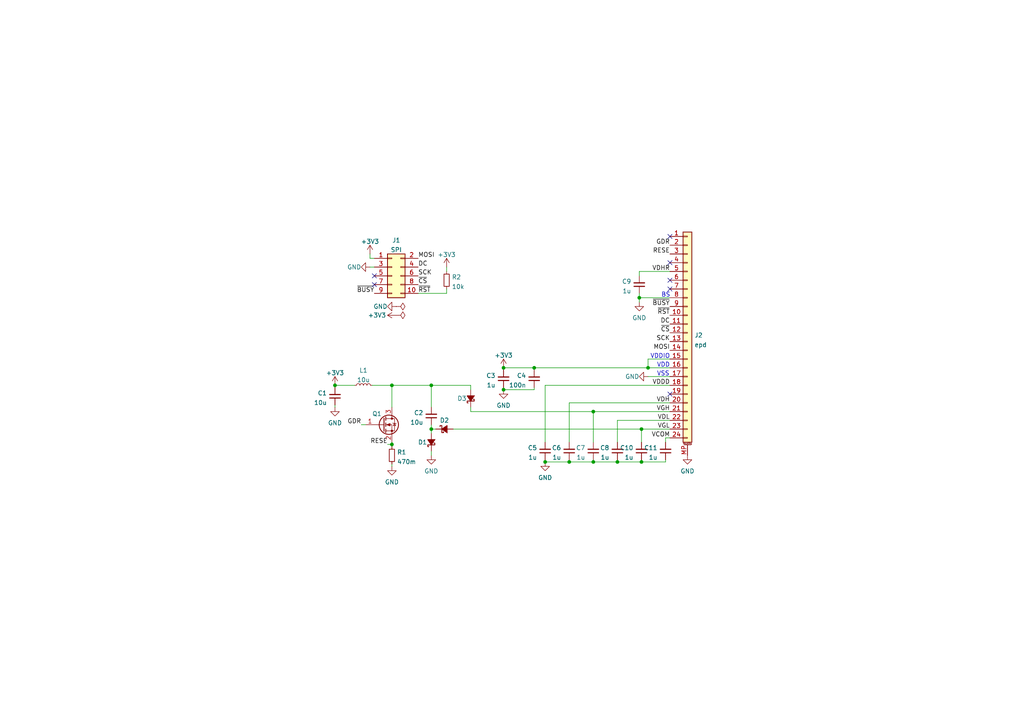
<source format=kicad_sch>
(kicad_sch (version 20230121) (generator eeschema)
  (paper "A4")
  (lib_symbols
    (symbol "Connector_Generic:Conn_02x05_Odd_Even" (pin_names (offset 1.016) hide)
      (property "Reference" "J" (at 1.27 7.62 0))
      (property "Value" "Conn_02x05_Odd_Even" (at 1.27 -7.62 0))
      (symbol "Conn_02x05_Odd_Even_1_1"
        (rectangle (start -1.27 -4.953) (end 0 -5.207) (stroke (width 0.1524)))
        (rectangle (start -1.27 -2.413) (end 0 -2.667) (stroke (width 0.1524)))
        (rectangle (start -1.27 0.127) (end 0 -0.127) (stroke (width 0.1524)))
        (rectangle (start -1.27 2.667) (end 0 2.413) (stroke (width 0.1524)))
        (rectangle (start -1.27 5.207) (end 0 4.953) (stroke (width 0.1524)))
        (rectangle (start -1.27 6.35) (end 3.81 -6.35) (stroke (width 0.254)) (fill (type background)))
        (rectangle (start 3.81 -4.953) (end 2.54 -5.207) (stroke (width 0.1524)))
        (rectangle (start 3.81 -2.413) (end 2.54 -2.667) (stroke (width 0.1524)))
        (rectangle (start 3.81 0.127) (end 2.54 -0.127) (stroke (width 0.1524)))
        (rectangle (start 3.81 2.667) (end 2.54 2.413) (stroke (width 0.1524)))
        (rectangle (start 3.81 5.207) (end 2.54 4.953) (stroke (width 0.1524)))
        (pin passive line (at -5.08 5.08 0) (length 3.81) (name "Pin_1") (number "1"))
        (pin passive line (at 7.62 -5.08 180) (length 3.81) (name "Pin_10") (number "10"))
        (pin passive line (at 7.62 5.08 180) (length 3.81) (name "Pin_2") (number "2"))
        (pin passive line (at -5.08 2.54 0) (length 3.81) (name "Pin_3") (number "3"))
        (pin passive line (at 7.62 2.54 180) (length 3.81) (name "Pin_4") (number "4"))
        (pin passive line (at -5.08 0 0) (length 3.81) (name "Pin_5") (number "5"))
        (pin passive line (at 7.62 0 180) (length 3.81) (name "Pin_6") (number "6"))
        (pin passive line (at -5.08 -2.54 0) (length 3.81) (name "Pin_7") (number "7"))
        (pin passive line (at 7.62 -2.54 180) (length 3.81) (name "Pin_8") (number "8"))
        (pin passive line (at -5.08 -5.08 0) (length 3.81) (name "Pin_9") (number "9"))
      )
    )
    (symbol "Connector_Generic_MountingPin:Conn_01x24_MountingPin" (pin_names (offset 1.016) hide)
      (property "Reference" "J" (at 0 30.48 0))
      (property "Value" "Conn_01x24_MountingPin" (at 1.27 -33.02 0))
      (symbol "Conn_01x24_MountingPin_1_1"
        (rectangle (start -1.27 -30.353) (end 0 -30.607) (stroke (width 0.1524)))
        (rectangle (start -1.27 -27.813) (end 0 -28.067) (stroke (width 0.1524)))
        (rectangle (start -1.27 -25.273) (end 0 -25.527) (stroke (width 0.1524)))
        (rectangle (start -1.27 -22.733) (end 0 -22.987) (stroke (width 0.1524)))
        (rectangle (start -1.27 -20.193) (end 0 -20.447) (stroke (width 0.1524)))
        (rectangle (start -1.27 -17.653) (end 0 -17.907) (stroke (width 0.1524)))
        (rectangle (start -1.27 -15.113) (end 0 -15.367) (stroke (width 0.1524)))
        (rectangle (start -1.27 -12.573) (end 0 -12.827) (stroke (width 0.1524)))
        (rectangle (start -1.27 -10.033) (end 0 -10.287) (stroke (width 0.1524)))
        (rectangle (start -1.27 -7.493) (end 0 -7.747) (stroke (width 0.1524)))
        (rectangle (start -1.27 -4.953) (end 0 -5.207) (stroke (width 0.1524)))
        (rectangle (start -1.27 -2.413) (end 0 -2.667) (stroke (width 0.1524)))
        (rectangle (start -1.27 0.127) (end 0 -0.127) (stroke (width 0.1524)))
        (rectangle (start -1.27 2.667) (end 0 2.413) (stroke (width 0.1524)))
        (rectangle (start -1.27 5.207) (end 0 4.953) (stroke (width 0.1524)))
        (rectangle (start -1.27 7.747) (end 0 7.493) (stroke (width 0.1524)))
        (rectangle (start -1.27 10.287) (end 0 10.033) (stroke (width 0.1524)))
        (rectangle (start -1.27 12.827) (end 0 12.573) (stroke (width 0.1524)))
        (rectangle (start -1.27 15.367) (end 0 15.113) (stroke (width 0.1524)))
        (rectangle (start -1.27 17.907) (end 0 17.653) (stroke (width 0.1524)))
        (rectangle (start -1.27 20.447) (end 0 20.193) (stroke (width 0.1524)))
        (rectangle (start -1.27 22.987) (end 0 22.733) (stroke (width 0.1524)))
        (rectangle (start -1.27 25.527) (end 0 25.273) (stroke (width 0.1524)))
        (rectangle (start -1.27 28.067) (end 0 27.813) (stroke (width 0.1524)))
        (rectangle (start -1.27 29.21) (end 1.27 -31.75) (stroke (width 0.254)) (fill (type background)))
        (polyline (pts (xy -1.016 -32.512) (xy 1.016 -32.512)) (stroke (width 0.1524)))
        (text "Mounting" (at 0 -32.131 0) (effects (font (size 0.381 0.381))))
        (pin passive line (at -5.08 27.94 0) (length 3.81) (name "Pin_1") (number "1"))
        (pin passive line (at -5.08 5.08 0) (length 3.81) (name "Pin_10") (number "10"))
        (pin passive line (at -5.08 2.54 0) (length 3.81) (name "Pin_11") (number "11"))
        (pin passive line (at -5.08 0 0) (length 3.81) (name "Pin_12") (number "12"))
        (pin passive line (at -5.08 -2.54 0) (length 3.81) (name "Pin_13") (number "13"))
        (pin passive line (at -5.08 -5.08 0) (length 3.81) (name "Pin_14") (number "14"))
        (pin passive line (at -5.08 -7.62 0) (length 3.81) (name "Pin_15") (number "15"))
        (pin passive line (at -5.08 -10.16 0) (length 3.81) (name "Pin_16") (number "16"))
        (pin passive line (at -5.08 -12.7 0) (length 3.81) (name "Pin_17") (number "17"))
        (pin passive line (at -5.08 -15.24 0) (length 3.81) (name "Pin_18") (number "18"))
        (pin passive line (at -5.08 -17.78 0) (length 3.81) (name "Pin_19") (number "19"))
        (pin passive line (at -5.08 25.4 0) (length 3.81) (name "Pin_2") (number "2"))
        (pin passive line (at -5.08 -20.32 0) (length 3.81) (name "Pin_20") (number "20"))
        (pin passive line (at -5.08 -22.86 0) (length 3.81) (name "Pin_21") (number "21"))
        (pin passive line (at -5.08 -25.4 0) (length 3.81) (name "Pin_22") (number "22"))
        (pin passive line (at -5.08 -27.94 0) (length 3.81) (name "Pin_23") (number "23"))
        (pin passive line (at -5.08 -30.48 0) (length 3.81) (name "Pin_24") (number "24"))
        (pin passive line (at -5.08 22.86 0) (length 3.81) (name "Pin_3") (number "3"))
        (pin passive line (at -5.08 20.32 0) (length 3.81) (name "Pin_4") (number "4"))
        (pin passive line (at -5.08 17.78 0) (length 3.81) (name "Pin_5") (number "5"))
        (pin passive line (at -5.08 15.24 0) (length 3.81) (name "Pin_6") (number "6"))
        (pin passive line (at -5.08 12.7 0) (length 3.81) (name "Pin_7") (number "7"))
        (pin passive line (at -5.08 10.16 0) (length 3.81) (name "Pin_8") (number "8"))
        (pin passive line (at -5.08 7.62 0) (length 3.81) (name "Pin_9") (number "9"))
        (pin passive line (at 0 -35.56 90) (length 3.048) (name "MountPin") (number "MP"))
      )
    )
    (symbol "Device:C_Small" (pin_numbers hide) (pin_names (offset 0.254) hide)
      (property "Reference" "C" (at 0.254 1.778 0))
      (property "Value" "C_Small" (at 0.254 -2.032 0))
      (symbol "C_Small_0_1"
        (polyline (pts (xy -1.524 -0.508) (xy 1.524 -0.508)) (stroke (width 0.3302)))
        (polyline (pts (xy -1.524 0.508) (xy 1.524 0.508)) (stroke (width 0.3048)))
      )
      (symbol "C_Small_1_1"
        (pin passive line (at 0 2.54 270) (length 2.032) (name "~") (number "1"))
        (pin passive line (at 0 -2.54 90) (length 2.032) (name "~") (number "2"))
      )
    )
    (symbol "Device:D_Schottky_Small_Filled" (pin_numbers hide) (pin_names (offset 0.254) hide)
      (property "Reference" "D" (at -1.27 2.032 0))
      (property "Value" "D_Schottky_Small_Filled" (at -7.112 -2.032 0))
      (symbol "D_Schottky_Small_Filled_0_1"
        (polyline (pts (xy -0.762 0) (xy 0.762 0)))
        (polyline (pts (xy 0.762 -1.016) (xy -0.762 0) (xy 0.762 1.016) (xy 0.762 -1.016)) (stroke (width 0.254)) (fill (type outline)))
        (polyline (pts (xy -1.27 0.762) (xy -1.27 1.016) (xy -0.762 1.016) (xy -0.762 -1.016) (xy -0.254 -1.016) (xy -0.254 -0.762)) (stroke (width 0.254)))
      )
      (symbol "D_Schottky_Small_Filled_1_1"
        (pin passive line (at -2.54 0 0) (length 1.778) (name "K") (number "1"))
        (pin passive line (at 2.54 0 180) (length 1.778) (name "A") (number "2"))
      )
    )
    (symbol "Device:L_Small" (pin_numbers hide) (pin_names (offset 0.254) hide)
      (property "Reference" "L" (at 0.762 1.016 0))
      (property "Value" "L_Small" (at 0.762 -1.016 0))
      (symbol "L_Small_0_1"
        (arc (start 0 -2.032) (mid 0.5058 -1.524) (end 0 -1.016))
        (arc (start 0 -1.016) (mid 0.5058 -0.508) (end 0 0))
        (arc (start 0 0) (mid 0.5058 0.508) (end 0 1.016))
        (arc (start 0 1.016) (mid 0.5058 1.524) (end 0 2.032))
      )
      (symbol "L_Small_1_1"
        (pin passive line (at 0 2.54 270) (length 0.508) (name "~") (number "1"))
        (pin passive line (at 0 -2.54 90) (length 0.508) (name "~") (number "2"))
      )
    )
    (symbol "Device:Q_NMOS_GSD" (pin_names (offset 0) hide)
      (property "Reference" "Q" (at 5.08 1.27 0))
      (property "Value" "Q_NMOS_GSD" (at 5.08 -1.27 0))
      (symbol "Q_NMOS_GSD_0_1"
        (polyline (pts (xy 0.254 0) (xy -2.54 0)))
        (polyline (pts (xy 0.254 1.905) (xy 0.254 -1.905)) (stroke (width 0.254)))
        (polyline (pts (xy 0.762 -1.27) (xy 0.762 -2.286)) (stroke (width 0.254)))
        (polyline (pts (xy 0.762 0.508) (xy 0.762 -0.508)) (stroke (width 0.254)))
        (polyline (pts (xy 0.762 2.286) (xy 0.762 1.27)) (stroke (width 0.254)))
        (polyline (pts (xy 2.54 2.54) (xy 2.54 1.778)))
        (polyline (pts (xy 2.54 -2.54) (xy 2.54 0) (xy 0.762 0)))
        (polyline (pts (xy 0.762 -1.778) (xy 3.302 -1.778) (xy 3.302 1.778) (xy 0.762 1.778)))
        (polyline (pts (xy 1.016 0) (xy 2.032 0.381) (xy 2.032 -0.381) (xy 1.016 0)) (fill (type outline)))
        (polyline (pts (xy 2.794 0.508) (xy 2.921 0.381) (xy 3.683 0.381) (xy 3.81 0.254)))
        (polyline (pts (xy 3.302 0.381) (xy 2.921 -0.254) (xy 3.683 -0.254) (xy 3.302 0.381)))
        (circle (center 1.651 0) (radius 2.794) (stroke (width 0.254)))
        (circle (center 2.54 -1.778) (radius 0.254) (fill (type outline)))
        (circle (center 2.54 1.778) (radius 0.254) (fill (type outline)))
      )
      (symbol "Q_NMOS_GSD_1_1"
        (pin input line (at -5.08 0 0) (length 2.54) (name "G") (number "1"))
        (pin passive line (at 2.54 -5.08 90) (length 2.54) (name "S") (number "2"))
        (pin passive line (at 2.54 5.08 270) (length 2.54) (name "D") (number "3"))
      )
    )
    (symbol "Device:R_Small" (pin_numbers hide) (pin_names (offset 0.254) hide)
      (property "Reference" "R" (at 0.762 0.508 0))
      (property "Value" "R_Small" (at 0.762 -1.016 0))
      (symbol "R_Small_0_1"
        (rectangle (start -0.762 1.778) (end 0.762 -1.778) (stroke (width 0.2032)))
      )
      (symbol "R_Small_1_1"
        (pin passive line (at 0 2.54 270) (length 0.762) (name "~") (number "1"))
        (pin passive line (at 0 -2.54 90) (length 0.762) (name "~") (number "2"))
      )
    )
    (symbol "power:+3V3" (power) (pin_names (offset 0))
      (property "Value" "+3V3" (at 0 3.556 0))
      (symbol "+3V3_0_1"
        (polyline (pts (xy -0.762 1.27) (xy 0 2.54)))
        (polyline (pts (xy 0 0) (xy 0 2.54)))
        (polyline (pts (xy 0 2.54) (xy 0.762 1.27)))
      )
      (symbol "+3V3_1_1"
        (pin power_in line (at 0 0 90) (length 0) hide (name "+3V3") (number "1"))
      )
    )
    (symbol "power:GND" (power) (pin_names (offset 0))
      (property "Value" "GND" (at 0 -3.81 0))
      (symbol "GND_0_1"
        (polyline (pts (xy 0 0) (xy 0 -1.27) (xy 1.27 -1.27) (xy 0 -2.54) (xy -1.27 -1.27) (xy 0 -1.27)))
      )
      (symbol "GND_1_1"
        (pin power_in line (at 0 0 270) (length 0) hide (name "GND") (number "1"))
      )
    )
    (symbol "power:PWR_FLAG" (power) (pin_numbers hide) (pin_names (offset 0) hide)
      (property "Value" "PWR_FLAG" (at 0 3.81 0))
      (symbol "PWR_FLAG_0_0"
        (pin power_out line (at 0 0 90) (length 0) (name "pwr") (number "1"))
      )
      (symbol "PWR_FLAG_0_1"
        (polyline (pts (xy 0 0) (xy 0 1.27) (xy -1.016 1.905) (xy 0 2.54) (xy 1.016 1.905) (xy 0 1.27)))
      )
    )
  )
  (junction (at 158.115 133.985))
  (junction (at 125.095 111.76))
  (junction (at 179.07 133.985))
  (junction (at 97.155 111.76))
  (junction (at 186.055 124.46))
  (junction (at 146.05 113.03))
  (junction (at 187.96 106.68))
  (junction (at 146.05 106.68))
  (junction (at 125.095 124.46))
  (junction (at 113.665 111.76))
  (junction (at 186.055 133.985))
  (junction (at 172.085 133.985))
  (junction (at 185.42 86.36))
  (junction (at 172.085 119.38))
  (junction (at 154.94 106.68))
  (junction (at 165.1 133.985))
  (junction (at 113.665 128.905))
  (no_connect (at 194.31 81.28))
  (no_connect (at 194.31 83.82))
  (no_connect (at 194.31 76.2))
  (no_connect (at 108.585 80.01))
  (no_connect (at 108.585 82.55))
  (no_connect (at 194.31 114.3))
  (no_connect (at 194.31 68.58))
  (wire (pts (xy 179.07 121.92) (xy 194.31 121.92)))
  (wire (pts (xy 193.04 127) (xy 193.04 128.27)))
  (wire (pts (xy 113.665 134.62) (xy 113.665 135.255)))
  (wire (pts (xy 136.525 111.76) (xy 136.525 113.03)))
  (wire (pts (xy 187.96 106.68) (xy 194.31 106.68)))
  (wire (pts (xy 187.96 104.14) (xy 187.96 106.68)))
  (wire (pts (xy 146.05 112.395) (xy 146.05 113.03)))
  (wire (pts (xy 102.87 111.76) (xy 97.155 111.76)))
  (wire (pts (xy 125.095 111.76) (xy 136.525 111.76)))
  (wire (pts (xy 194.31 86.36) (xy 185.42 86.36)))
  (wire (pts (xy 97.155 117.475) (xy 97.155 118.11)))
  (wire (pts (xy 172.085 119.38) (xy 194.31 119.38)))
  (wire (pts (xy 185.42 78.74) (xy 185.42 80.01)))
  (wire (pts (xy 125.095 124.46) (xy 126.365 124.46)))
  (wire (pts (xy 107.315 74.93) (xy 108.585 74.93)))
  (wire (pts (xy 194.31 124.46) (xy 186.055 124.46)))
  (wire (pts (xy 136.525 119.38) (xy 172.085 119.38)))
  (wire (pts (xy 146.05 113.03) (xy 154.94 113.03)))
  (wire (pts (xy 158.115 133.35) (xy 158.115 133.985)))
  (wire (pts (xy 172.085 133.35) (xy 172.085 133.985)))
  (wire (pts (xy 158.115 111.76) (xy 194.31 111.76)))
  (wire (pts (xy 194.31 127) (xy 193.04 127)))
  (wire (pts (xy 179.07 133.35) (xy 179.07 133.985)))
  (wire (pts (xy 113.665 128.905) (xy 113.665 129.54)))
  (wire (pts (xy 129.54 85.09) (xy 129.54 83.82)))
  (wire (pts (xy 97.155 111.76) (xy 97.155 112.395)))
  (wire (pts (xy 186.055 124.46) (xy 186.055 128.27)))
  (wire (pts (xy 194.31 116.84) (xy 165.1 116.84)))
  (wire (pts (xy 179.07 128.27) (xy 179.07 121.92)))
  (wire (pts (xy 129.54 77.47) (xy 129.54 78.74)))
  (wire (pts (xy 194.31 78.74) (xy 185.42 78.74)))
  (wire (pts (xy 154.94 113.03) (xy 154.94 112.395)))
  (wire (pts (xy 185.42 85.09) (xy 185.42 86.36)))
  (wire (pts (xy 179.07 133.985) (xy 186.055 133.985)))
  (wire (pts (xy 165.1 133.35) (xy 165.1 133.985)))
  (wire (pts (xy 186.055 133.35) (xy 186.055 133.985)))
  (wire (pts (xy 113.665 111.76) (xy 113.665 118.11)))
  (wire (pts (xy 112.395 128.905) (xy 113.665 128.905)))
  (wire (pts (xy 194.31 104.14) (xy 187.96 104.14)))
  (wire (pts (xy 125.095 111.76) (xy 125.095 118.11)))
  (wire (pts (xy 154.94 106.68) (xy 187.96 106.68)))
  (wire (pts (xy 187.96 109.22) (xy 194.31 109.22)))
  (wire (pts (xy 172.085 128.27) (xy 172.085 119.38)))
  (wire (pts (xy 146.05 106.68) (xy 154.94 106.68)))
  (wire (pts (xy 158.115 128.27) (xy 158.115 111.76)))
  (wire (pts (xy 125.095 130.81) (xy 125.095 132.08)))
  (wire (pts (xy 107.315 77.47) (xy 108.585 77.47)))
  (wire (pts (xy 131.445 124.46) (xy 186.055 124.46)))
  (wire (pts (xy 121.285 85.09) (xy 129.54 85.09)))
  (wire (pts (xy 107.95 111.76) (xy 113.665 111.76)))
  (wire (pts (xy 146.05 106.68) (xy 146.05 107.315)))
  (wire (pts (xy 154.94 106.68) (xy 154.94 107.315)))
  (wire (pts (xy 107.315 73.66) (xy 107.315 74.93)))
  (wire (pts (xy 113.665 128.905) (xy 113.665 128.27)))
  (wire (pts (xy 165.1 133.985) (xy 172.085 133.985)))
  (wire (pts (xy 125.095 124.46) (xy 125.095 125.73)))
  (wire (pts (xy 193.04 133.985) (xy 193.04 133.35)))
  (wire (pts (xy 113.665 111.76) (xy 125.095 111.76)))
  (wire (pts (xy 186.055 133.985) (xy 193.04 133.985)))
  (wire (pts (xy 125.095 123.19) (xy 125.095 124.46)))
  (wire (pts (xy 136.525 118.11) (xy 136.525 119.38)))
  (wire (pts (xy 158.115 133.985) (xy 165.1 133.985)))
  (wire (pts (xy 185.42 86.36) (xy 185.42 87.63)))
  (wire (pts (xy 104.775 123.19) (xy 106.045 123.19)))
  (wire (pts (xy 165.1 116.84) (xy 165.1 128.27)))
  (wire (pts (xy 172.085 133.985) (xy 179.07 133.985)))
  (text "VDDIO" (at 188.595 104.14 0) (effects (font (size 1.27 1.27)) (justify left bottom)))
  (text "VSS" (at 190.5 109.22 0) (effects (font (size 1.27 1.27)) (justify left bottom)))
  (text "BS" (at 191.77 86.36 0) (effects (font (size 1.27 1.27)) (justify left bottom)))
  (text "VDD" (at 190.5 106.68 0) (effects (font (size 1.27 1.27)) (justify left bottom)))
  (label "DC" (at 121.285 77.47 0))
  (label "VGH" (at 194.31 119.38 180))
  (label "RESE" (at 112.395 128.905 180))
  (label "SCK" (at 194.31 99.06 180))
  (label "VDH" (at 194.31 116.84 180))
  (label "~{CS}" (at 121.285 82.55 0))
  (label "~{CS}" (at 194.31 96.52 180))
  (label "~{BUSY}" (at 194.31 88.9 180))
  (label "RESE" (at 194.31 73.66 180))
  (label "DC" (at 194.31 93.98 180))
  (label "GDR" (at 104.775 123.19 180))
  (label "VCOM" (at 194.31 127 180))
  (label "~{RST}" (at 194.31 91.44 180))
  (label "~{RST}" (at 121.285 85.09 0))
  (label "GDR" (at 194.31 71.12 180))
  (label "VDHR" (at 194.31 78.74 180))
  (label "~{BUSY}" (at 108.585 85.09 180))
  (label "SCK" (at 121.285 80.01 0))
  (label "MOSI" (at 121.285 74.93 0))
  (label "VDDD" (at 194.31 111.76 180))
  (label "MOSI" (at 194.31 101.6 180))
  (label "VGL" (at 194.31 124.46 180))
  (label "VDL" (at 194.31 121.92 180))
  (symbol (lib_id "Device:D_Schottky_Small_Filled") (at 125.095 128.27 90) (unit 1)
    (property "Reference" "D1" (at 122.555 128.27 90))
    (property "Value" "D_Schottky_Small_Filled" (effects hide))
    (property "Footprint" "Diode_SMD:D_SOD-123" (effects hide))
  )
  (symbol (lib_id "Device:D_Schottky_Small_Filled") (at 136.525 115.57 90) (unit 1)
    (property "Reference" "D3" (at 133.985 115.57 90))
    (property "Value" "D_Schottky_Small_Filled" (effects hide))
    (property "Footprint" "Diode_SMD:D_SOD-123" (effects hide))
  )
  (symbol (lib_id "Device:C_Small") (at 186.055 130.81 0) (mirror x) (unit 1)
    (property "Reference" "C10" (at 183.7309 129.8951 0) (effects (justify right)))
    (property "Value" "1u" (at 183.7309 132.6702 0) (effects (justify right)))
    (property "Footprint" "Capacitor_SMD:C_0603_1608Metric" (effects hide))
  )
  (symbol (lib_id "Device:C_Small") (at 146.05 109.855 0) (mirror x) (unit 1)
    (property "Reference" "C3" (at 143.7259 108.9401 0) (effects (justify right)))
    (property "Value" "1u" (at 143.7259 111.7152 0) (effects (justify right)))
    (property "Footprint" "Capacitor_SMD:C_0603_1608Metric" (effects hide))
  )
  (symbol (lib_id "Device:C_Small") (at 125.095 120.65 0) (mirror x) (unit 1)
    (property "Reference" "C2" (at 122.771 119.7351 0) (effects (justify right)))
    (property "Value" "10u" (at 122.771 122.5102 0) (effects (justify right)))
    (property "Footprint" "Capacitor_SMD:C_0805_2012Metric" (effects hide))
  )
  (symbol (lib_id "Connector_Generic_MountingPin:Conn_01x24_MountingPin") (at 199.39 96.52 0) (unit 1)
    (property "Reference" "J2" (at 201.422 97.2371 0) (effects (justify left)))
    (property "Value" "epd" (at 201.422 100.0122 0) (effects (justify left)))
    (property "Footprint" "extraparts:GCT_FFC2B28-24-G" (effects hide))
  )
  (symbol (lib_id "power:GND") (at 199.39 132.08 0) (unit 1)
    (property "Reference" "#PWR015" (effects hide))
    (property "Value" "GND" (at 199.39 136.6425 0))
  )
  (symbol (lib_id "Device:C_Small") (at 185.42 82.55 0) (mirror x) (unit 1)
    (property "Reference" "C9" (at 183.0959 81.6351 0) (effects (justify right)))
    (property "Value" "1u" (at 183.0959 84.4102 0) (effects (justify right)))
    (property "Footprint" "Capacitor_SMD:C_0603_1608Metric" (effects hide))
  )
  (symbol (lib_id "power:+3V3") (at 129.54 77.47 0) (unit 1)
    (property "Reference" "#PWR09" (effects hide))
    (property "Value" "+3V3" (at 129.54 73.8655 0))
  )
  (symbol (lib_id "power:GND") (at 146.05 113.03 0) (unit 1)
    (property "Reference" "#PWR011" (effects hide))
    (property "Value" "GND" (at 146.05 117.5925 0))
  )
  (symbol (lib_id "Device:R_Small") (at 113.665 132.08 0) (unit 1)
    (property "Reference" "R1" (at 115.1636 131.1715 0) (effects (justify left)))
    (property "Value" "470m" (at 115.1636 133.9466 0) (effects (justify left)))
    (property "Footprint" "Resistor_SMD:R_0603_1608Metric" (effects hide))
  )
  (symbol (lib_id "Device:L_Small") (at 105.41 111.76 90) (unit 1)
    (property "Reference" "L1" (at 105.41 107.4125 90))
    (property "Value" "10u" (at 105.41 110.1876 90))
    (property "Footprint" "Inductor_SMD:L_1210_3225Metric" (effects hide))
  )
  (symbol (lib_id "power:GND") (at 187.96 109.22 270) (unit 1)
    (property "Reference" "#PWR014" (effects hide))
    (property "Value" "GND" (at 185.42 109.22 90) (effects (justify right)))
  )
  (symbol (lib_id "power:GND") (at 125.095 132.08 0) (unit 1)
    (property "Reference" "#PWR08" (effects hide))
    (property "Value" "GND" (at 125.095 136.6425 0))
  )
  (symbol (lib_id "power:GND") (at 158.115 133.985 0) (unit 1)
    (property "Reference" "#PWR012" (effects hide))
    (property "Value" "GND" (at 158.115 138.5475 0))
  )
  (symbol (lib_id "power:+3V3") (at 114.935 91.44 90) (unit 1)
    (property "Reference" "#PWR07" (effects hide))
    (property "Value" "+3V3" (at 106.68 91.44 90) (effects (justify right)))
  )
  (symbol (lib_id "Device:C_Small") (at 193.04 130.81 0) (mirror x) (unit 1)
    (property "Reference" "C11" (at 190.7159 129.8951 0) (effects (justify right)))
    (property "Value" "1u" (at 190.7159 132.6702 0) (effects (justify right)))
    (property "Footprint" "Capacitor_SMD:C_0603_1608Metric" (effects hide))
  )
  (symbol (lib_id "power:PWR_FLAG") (at 114.935 88.9 270) (unit 1)
    (property "Reference" "#FLG01" (effects hide))
    (property "Value" "PWR_FLAG" (effects hide))
  )
  (symbol (lib_id "Device:C_Small") (at 158.115 130.81 0) (mirror x) (unit 1)
    (property "Reference" "C5" (at 155.7909 129.8951 0) (effects (justify right)))
    (property "Value" "1u" (at 155.7909 132.6702 0) (effects (justify right)))
    (property "Footprint" "Capacitor_SMD:C_0603_1608Metric" (effects hide))
  )
  (symbol (lib_id "Device:D_Schottky_Small_Filled") (at 128.905 124.46 0) (unit 1)
    (property "Reference" "D2" (at 128.905 121.92 0))
    (property "Value" "D_Schottky_Small_Filled" (effects hide))
    (property "Footprint" "Diode_SMD:D_SOD-123" (effects hide))
  )
  (symbol (lib_id "power:GND") (at 185.42 87.63 0) (unit 1)
    (property "Reference" "#PWR013" (effects hide))
    (property "Value" "GND" (at 185.42 92.1925 0))
  )
  (symbol (lib_id "power:GND") (at 107.315 77.47 270) (unit 1)
    (property "Reference" "#PWR04" (effects hide))
    (property "Value" "GND" (at 104.775 77.47 90) (effects (justify right)))
  )
  (symbol (lib_id "power:+3V3") (at 146.05 106.68 0) (unit 1)
    (property "Reference" "#PWR010" (effects hide))
    (property "Value" "+3V3" (at 146.05 103.0755 0))
  )
  (symbol (lib_id "Device:Q_NMOS_GSD") (at 111.125 123.19 0) (unit 1)
    (property "Reference" "Q1" (at 107.95 120.015 0) (effects (justify left)))
    (property "Value" "DMN3023L" (effects hide))
    (property "Footprint" "Package_TO_SOT_SMD:SOT-23" (effects hide))
  )
  (symbol (lib_id "Connector_Generic:Conn_02x05_Odd_Even") (at 113.665 80.01 0) (unit 1)
    (property "Reference" "J1" (at 114.935 69.6935 0))
    (property "Value" "SPI" (at 114.935 72.4686 0))
    (property "Footprint" "Connector_PinHeader_1.27mm:PinHeader_2x05_P1.27mm_Vertical_SMD" (effects hide))
  )
  (symbol (lib_id "Device:C_Small") (at 179.07 130.81 0) (mirror x) (unit 1)
    (property "Reference" "C8" (at 176.7459 129.8951 0) (effects (justify right)))
    (property "Value" "1u" (at 176.7459 132.6702 0) (effects (justify right)))
    (property "Footprint" "Capacitor_SMD:C_0603_1608Metric" (effects hide))
  )
  (symbol (lib_id "power:GND") (at 113.665 135.255 0) (unit 1)
    (property "Reference" "#PWR05" (effects hide))
    (property "Value" "GND" (at 113.665 139.8175 0))
  )
  (symbol (lib_id "Device:R_Small") (at 129.54 81.28 0) (unit 1)
    (property "Reference" "R2" (at 131.0386 80.3715 0) (effects (justify left)))
    (property "Value" "10k" (at 131.0386 83.1466 0) (effects (justify left)))
    (property "Footprint" "Resistor_SMD:R_0603_1608Metric" (effects hide))
  )
  (symbol (lib_id "power:+3V3") (at 97.155 111.76 0) (unit 1)
    (property "Reference" "#PWR01" (effects hide))
    (property "Value" "+3V3" (at 97.155 108.1555 0))
  )
  (symbol (lib_id "Device:C_Small") (at 172.085 130.81 0) (mirror x) (unit 1)
    (property "Reference" "C7" (at 169.7609 129.8951 0) (effects (justify right)))
    (property "Value" "1u" (at 169.7609 132.6702 0) (effects (justify right)))
    (property "Footprint" "Capacitor_SMD:C_0603_1608Metric" (effects hide))
  )
  (symbol (lib_id "Device:C_Small") (at 154.94 109.855 0) (mirror x) (unit 1)
    (property "Reference" "C4" (at 152.6159 108.9401 0) (effects (justify right)))
    (property "Value" "100n" (at 152.6159 111.7152 0) (effects (justify right)))
    (property "Footprint" "Capacitor_SMD:C_0603_1608Metric" (effects hide))
  )
  (symbol (lib_id "power:+3V3") (at 107.315 73.66 0) (unit 1)
    (property "Reference" "#PWR03" (effects hide))
    (property "Value" "+3V3" (at 107.315 70.0555 0))
  )
  (symbol (lib_id "Device:C_Small") (at 97.155 114.935 0) (mirror x) (unit 1)
    (property "Reference" "C1" (at 94.831 114.0201 0) (effects (justify right)))
    (property "Value" "10u" (at 94.831 116.7952 0) (effects (justify right)))
    (property "Footprint" "Capacitor_SMD:C_0805_2012Metric" (effects hide))
  )
  (symbol (lib_id "power:GND") (at 97.155 118.11 0) (unit 1)
    (property "Reference" "#PWR02" (effects hide))
    (property "Value" "GND" (at 97.155 122.6725 0))
  )
  (symbol (lib_id "power:PWR_FLAG") (at 114.935 91.44 270) (unit 1)
    (property "Reference" "#FLG02" (effects hide))
    (property "Value" "PWR_FLAG" (effects hide))
  )
  (symbol (lib_id "power:GND") (at 114.935 88.9 270) (unit 1)
    (property "Reference" "#PWR06" (effects hide))
    (property "Value" "GND" (at 112.395 88.9 90) (effects (justify right)))
  )
  (symbol (lib_id "Device:C_Small") (at 165.1 130.81 0) (mirror x) (unit 1)
    (property "Reference" "C6" (at 162.7759 129.8951 0) (effects (justify right)))
    (property "Value" "1u" (at 162.7759 132.6702 0) (effects (justify right)))
    (property "Footprint" "Capacitor_SMD:C_0603_1608Metric" (effects hide))
  )
)
</source>
